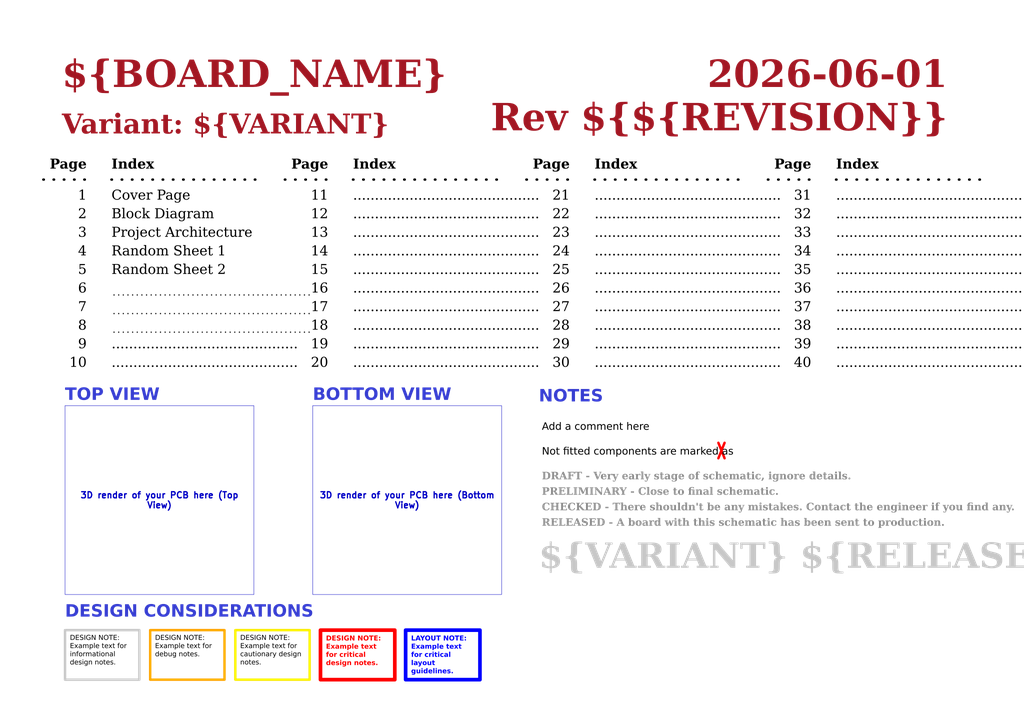
<source format=kicad_sch>
(kicad_sch
	(version 20231120)
	(generator "eeschema")
	(generator_version "8.0")
	(uuid "0650c7a8-acba-429c-9f8e-eec0baf0bc1c")
	(paper "A3")
	(title_block
		(title "Cover Page")
		(date "Last Modified Date")
		(rev "${REVISION}")
		(company "${COMPANY}")
	)
	(lib_symbols)
	(polyline
		(pts
			(xy 215.9 73.66) (xy 233.68 73.66)
		)
		(stroke
			(width 1)
			(type dot)
			(color 0 0 0 1)
		)
		(uuid "024689d9-b8ca-41ae-b55d-6ff207f6e101")
	)
	(polyline
		(pts
			(xy 297.18 181.61) (xy 294.64 187.96)
		)
		(stroke
			(width 1)
			(type default)
			(color 255 0 0 1)
		)
		(uuid "4ae2cac4-7676-4a8d-91c4-c6c6f4585019")
	)
	(polyline
		(pts
			(xy 45.72 73.66) (xy 106.68 73.66)
		)
		(stroke
			(width 1)
			(type dot)
			(color 0 0 0 1)
		)
		(uuid "594379bc-c052-4d2e-996b-8b5c1a0857fd")
	)
	(polyline
		(pts
			(xy 342.9 73.66) (xy 403.86 73.66)
		)
		(stroke
			(width 1)
			(type dot)
			(color 0 0 0 1)
		)
		(uuid "8ca04e4f-914f-46ae-b7bb-c241f34f0be3")
	)
	(polyline
		(pts
			(xy 243.84 73.66) (xy 304.8 73.66)
		)
		(stroke
			(width 1)
			(type dot)
			(color 0 0 0 1)
		)
		(uuid "90aedf20-3619-4eea-9142-e5201cfa9329")
	)
	(polyline
		(pts
			(xy 116.84 73.66) (xy 134.62 73.66)
		)
		(stroke
			(width 1)
			(type dot)
			(color 0 0 0 1)
		)
		(uuid "aa27a991-1dd0-4ddb-a292-69ddc074d2fe")
	)
	(polyline
		(pts
			(xy 17.78 73.66) (xy 35.56 73.66)
		)
		(stroke
			(width 1)
			(type dot)
			(color 0 0 0 1)
		)
		(uuid "aefa0f5d-e237-48a6-8d0d-7925958d23a4")
	)
	(polyline
		(pts
			(xy 294.64 181.61) (xy 297.18 187.96)
		)
		(stroke
			(width 1)
			(type default)
			(color 255 0 0 1)
		)
		(uuid "b16ef1e7-4b58-4125-810d-81e7071984f8")
	)
	(polyline
		(pts
			(xy 144.78 73.66) (xy 205.74 73.66)
		)
		(stroke
			(width 1)
			(type dot)
			(color 0 0 0 1)
		)
		(uuid "d03f8f3f-5543-483d-a054-040e77e06c0e")
	)
	(polyline
		(pts
			(xy 314.96 73.66) (xy 332.74 73.66)
		)
		(stroke
			(width 1)
			(type dot)
			(color 0 0 0 1)
		)
		(uuid "f1ab5a98-3d21-4c83-b2d8-cfe1793d64cb")
	)
	(text_box "3D render of your PCB here (Bottom View)"
		(exclude_from_sim no)
		(at 128.27 166.37 0)
		(size 77.47 77.47)
		(stroke
			(width 0)
			(type default)
		)
		(fill
			(type none)
		)
		(effects
			(font
				(size 2.54 2.54)
				(thickness 0.508)
				(bold yes)
			)
		)
		(uuid "0c38d11f-bb11-46db-a91c-ebc0b30e95f5")
	)
	(text_box "3D render of your PCB here (Top View)"
		(exclude_from_sim no)
		(at 26.67 166.37 0)
		(size 77.47 77.47)
		(stroke
			(width 0)
			(type default)
		)
		(fill
			(type none)
		)
		(effects
			(font
				(size 2.54 2.54)
				(thickness 0.508)
				(bold yes)
			)
		)
		(uuid "2d015f2a-bc39-4866-bbd9-40b03d497a26")
	)
	(text_box "Metadata can be set in File → Schematic Setup → Project → Text Variables"
		(exclude_from_sim no)
		(at 8.89 300.99 0)
		(size 119.38 6.35)
		(stroke
			(width -0.0001)
			(type default)
		)
		(fill
			(type none)
		)
		(effects
			(font
				(size 2.54 2.54)
				(thickness 0.381)
				(bold yes)
				(color 0 0 0 1)
			)
			(justify right top)
		)
		(uuid "4d4fc8f9-28d9-4b33-b78d-b00f0a2b33ca")
	)
	(text_box "DESIGN NOTE:\nExample text for informational design notes."
		(exclude_from_sim no)
		(at 26.67 258.445 0)
		(size 30.48 20.32)
		(stroke
			(width 1)
			(type solid)
			(color 200 200 200 1)
		)
		(fill
			(type none)
		)
		(effects
			(font
				(face "Arial")
				(size 2 2)
				(color 0 0 0 1)
			)
			(justify left top)
		)
		(uuid "60b6a08c-a542-468e-b79f-aa4a2aa0e9e7")
	)
	(text_box "LAYOUT NOTE:\nExample text for critical layout guidelines."
		(exclude_from_sim no)
		(at 166.37 258.445 0)
		(size 30.48 20.32)
		(stroke
			(width 1.5)
			(type solid)
			(color 0 0 255 1)
		)
		(fill
			(type none)
		)
		(effects
			(font
				(face "Arial")
				(size 2 2)
				(thickness 0.4)
				(bold yes)
				(color 0 0 255 1)
			)
			(justify left top)
		)
		(uuid "b2648603-9b19-4c01-9621-49d92c5b8a6e")
	)
	(text_box "DESIGN NOTE:\nExample text for cautionary design notes."
		(exclude_from_sim no)
		(at 96.52 258.445 0)
		(size 30.48 20.32)
		(stroke
			(width 1)
			(type solid)
			(color 250 236 0 1)
		)
		(fill
			(type none)
		)
		(effects
			(font
				(face "Arial")
				(size 2 2)
				(color 0 0 0 1)
			)
			(justify left top)
		)
		(uuid "c7ec7f64-f5b0-4d3e-9743-7d40c3e23ecf")
	)
	(text_box "DESIGN NOTE:\nExample text for debug notes."
		(exclude_from_sim no)
		(at 61.595 258.445 0)
		(size 30.48 20.32)
		(stroke
			(width 1)
			(type solid)
			(color 255 165 0 1)
		)
		(fill
			(type none)
		)
		(effects
			(font
				(face "Arial")
				(size 2 2)
				(color 0 0 0 1)
			)
			(justify left top)
		)
		(uuid "c8bf2561-6ede-45f0-9b2e-12af2dfee13b")
	)
	(text_box "DESIGN NOTE:\nExample text for critical design notes."
		(exclude_from_sim no)
		(at 131.445 258.445 0)
		(size 30.48 20.32)
		(stroke
			(width 1.5)
			(type solid)
			(color 255 0 0 1)
		)
		(fill
			(type none)
		)
		(effects
			(font
				(face "Arial")
				(size 2 2)
				(thickness 0.4)
				(bold yes)
				(color 255 0 0 1)
			)
			(justify left top)
		)
		(uuid "d03e1008-e371-461f-a9f2-320d8a2b7341")
	)
	(text "9"
		(exclude_from_sim no)
		(at 35.56 144.78 0)
		(effects
			(font
				(face "Times New Roman")
				(size 4 4)
				(color 0 0 0 1)
			)
			(justify right bottom)
			(href "#9")
		)
		(uuid "0171ecc8-df6f-418e-95ea-db73cf975716")
	)
	(text "BOTTOM VIEW"
		(exclude_from_sim no)
		(at 128.27 166.37 0)
		(effects
			(font
				(face "Arial")
				(size 5 5)
				(bold yes)
				(color 53 60 207 1)
			)
			(justify left bottom)
		)
		(uuid "041ff709-0f5e-466e-adab-d03afffd90b7")
	)
	(text "..........................................."
		(exclude_from_sim no)
		(at 243.84 99.06 0)
		(effects
			(font
				(face "Times New Roman")
				(size 4 4)
				(color 0 0 0 1)
			)
			(justify left bottom)
			(href "#23")
		)
		(uuid "0647f622-b644-4538-802a-42edf8cdccc5")
	)
	(text "13"
		(exclude_from_sim no)
		(at 134.62 99.06 0)
		(effects
			(font
				(face "Times New Roman")
				(size 4 4)
				(color 0 0 0 1)
			)
			(justify right bottom)
			(href "#13")
		)
		(uuid "09a9f005-609a-4854-9ba5-f5a5e7b8d7c7")
	)
	(text "RELEASED - A board with this schematic has been sent to production."
		(exclude_from_sim no)
		(at 222.25 217.17 0)
		(effects
			(font
				(face "Times New Roman")
				(size 3 3)
				(thickness 0.6)
				(bold yes)
				(color 140 140 140 1)
			)
			(justify left bottom)
		)
		(uuid "10cbc67f-d688-44d7-9e2b-bee41b99ad5c")
	)
	(text "Page"
		(exclude_from_sim no)
		(at 332.74 71.12 0)
		(effects
			(font
				(face "Times New Roman")
				(size 4 4)
				(bold yes)
				(color 0 0 0 1)
			)
			(justify right bottom)
		)
		(uuid "1b60c0cc-bf04-4615-8796-1ecc890b346a")
	)
	(text "TOP VIEW"
		(exclude_from_sim no)
		(at 26.67 166.37 0)
		(effects
			(font
				(face "Arial")
				(size 5 5)
				(bold yes)
				(color 53 60 207 1)
			)
			(justify left bottom)
		)
		(uuid "1c033b5c-f50d-4e0f-94c4-59e72fb244de")
	)
	(text "3"
		(exclude_from_sim no)
		(at 35.56 99.06 0)
		(effects
			(font
				(face "Times New Roman")
				(size 4 4)
				(color 0 0 0 1)
			)
			(justify right bottom)
			(href "#3")
		)
		(uuid "1dd16a1b-b3b8-42a1-b678-3a7b261e7284")
	)
	(text "38"
		(exclude_from_sim no)
		(at 332.74 137.16 0)
		(effects
			(font
				(face "Times New Roman")
				(size 4 4)
				(color 0 0 0 1)
			)
			(justify right bottom)
			(href "#38")
		)
		(uuid "2d20025d-61e4-451d-b51e-153fedc44d68")
	)
	(text "..........................................."
		(exclude_from_sim no)
		(at 45.72 152.4 0)
		(effects
			(font
				(face "Times New Roman")
				(size 4 4)
				(color 0 0 0 1)
			)
			(justify left bottom)
			(href "#10")
		)
		(uuid "2df49b6e-980f-4a01-ab23-c61ed27bd1b8")
	)
	(text "..........................................."
		(exclude_from_sim no)
		(at 45.72 144.78 0)
		(effects
			(font
				(face "Times New Roman")
				(size 4 4)
				(color 0 0 0 1)
			)
			(justify left bottom)
			(href "#9")
		)
		(uuid "319dfe95-cf7d-4b95-aa65-2f948d7bd6bc")
	)
	(text "..........................................."
		(exclude_from_sim no)
		(at 45.72 137.16 0)
		(effects
			(font
				(size 4 4)
				(color 0 0 0 1)
			)
			(justify left bottom)
			(href "#8")
		)
		(uuid "339f13bd-0896-43a1-925e-733e36e395bd")
	)
	(text "..........................................."
		(exclude_from_sim no)
		(at 144.78 121.92 0)
		(effects
			(font
				(face "Times New Roman")
				(size 4 4)
				(color 0 0 0 1)
			)
			(justify left bottom)
			(href "#16")
		)
		(uuid "34c28277-d6a5-4104-8740-b78485a8ff4c")
	)
	(text "1"
		(exclude_from_sim no)
		(at 35.56 83.82 0)
		(effects
			(font
				(face "Times New Roman")
				(size 4 4)
				(color 0 0 0 1)
			)
			(justify right bottom)
			(href "#1")
		)
		(uuid "3691ab49-6c05-4886-869a-12221f52fdee")
	)
	(text "Not fitted components are marked as"
		(exclude_from_sim no)
		(at 222.25 187.96 0)
		(effects
			(font
				(face "Arial")
				(size 3 3)
				(color 0 0 0 1)
			)
			(justify left bottom)
		)
		(uuid "3e121d9b-11e9-4895-9779-ade93d5b2a88")
	)
	(text "..........................................."
		(exclude_from_sim no)
		(at 243.84 152.4 0)
		(effects
			(font
				(face "Times New Roman")
				(size 4 4)
				(color 0 0 0 1)
			)
			(justify left bottom)
			(href "#30")
		)
		(uuid "41bb0f90-1135-4d50-9d44-9fb04444ecf6")
	)
	(text "Index"
		(exclude_from_sim no)
		(at 45.72 71.12 0)
		(effects
			(font
				(face "Times New Roman")
				(size 4 4)
				(bold yes)
				(color 0 0 0 1)
			)
			(justify left bottom)
		)
		(uuid "44841f0e-187c-41b9-a570-9f74973319c9")
	)
	(text "..........................................."
		(exclude_from_sim no)
		(at 144.78 99.06 0)
		(effects
			(font
				(face "Times New Roman")
				(size 4 4)
				(color 0 0 0 1)
			)
			(justify left bottom)
			(href "#13")
		)
		(uuid "461ef4aa-5f24-4935-a427-92bbc78a05f3")
	)
	(text "Index"
		(exclude_from_sim no)
		(at 144.78 71.12 0)
		(effects
			(font
				(face "Times New Roman")
				(size 4 4)
				(bold yes)
				(color 0 0 0 1)
			)
			(justify left bottom)
		)
		(uuid "4773b195-e777-483d-bd5a-5b18be14b485")
	)
	(text "27"
		(exclude_from_sim no)
		(at 233.68 129.54 0)
		(effects
			(font
				(face "Times New Roman")
				(size 4 4)
				(color 0 0 0 1)
			)
			(justify right bottom)
			(href "#27")
		)
		(uuid "47e5ef3a-a936-4417-8e04-a70df1a04676")
	)
	(text "15"
		(exclude_from_sim no)
		(at 134.62 114.3 0)
		(effects
			(font
				(face "Times New Roman")
				(size 4 4)
				(color 0 0 0 1)
			)
			(justify right bottom)
			(href "#15")
		)
		(uuid "48cae9b2-9935-4ee2-a962-685c04325434")
	)
	(text "6"
		(exclude_from_sim no)
		(at 35.56 121.92 0)
		(effects
			(font
				(face "Times New Roman")
				(size 4 4)
				(color 0 0 0 1)
			)
			(justify right bottom)
			(href "#6")
		)
		(uuid "4aa9b67c-c657-48d1-abb0-497faf20008a")
	)
	(text "PRELIMINARY - Close to final schematic."
		(exclude_from_sim no)
		(at 222.25 204.47 0)
		(effects
			(font
				(face "Times New Roman")
				(size 3 3)
				(thickness 0.6)
				(bold yes)
				(color 140 140 140 1)
			)
			(justify left bottom)
		)
		(uuid "4b75d6be-e2b4-4862-a5fd-f3239bff6734")
	)
	(text "24"
		(exclude_from_sim no)
		(at 233.68 106.68 0)
		(effects
			(font
				(face "Times New Roman")
				(size 4 4)
				(color 0 0 0 1)
			)
			(justify right bottom)
			(href "#24")
		)
		(uuid "4d10b8f7-ee9d-4539-987e-2871a213b2d6")
	)
	(text "${VARIANT} ${RELEASE_DATE}"
		(exclude_from_sim no)
		(at 220.98 237.49 0)
		(effects
			(font
				(face "Times New Roman")
				(size 10.16 10.16)
				(thickness 0.6)
				(bold yes)
				(color 200 200 200 1)
			)
			(justify left bottom)
		)
		(uuid "4f144e11-d681-45f3-b92d-dea6c28023e4")
	)
	(text "Page"
		(exclude_from_sim no)
		(at 35.56 71.12 0)
		(effects
			(font
				(face "Times New Roman")
				(size 4 4)
				(bold yes)
				(color 0 0 0 1)
			)
			(justify right bottom)
		)
		(uuid "5216de6a-28ab-4e49-a422-9fd32d8fed67")
	)
	(text "Random Sheet 1"
		(exclude_from_sim no)
		(at 45.72 106.68 0)
		(effects
			(font
				(face "Times New Roman")
				(size 4 4)
				(color 0 0 0 1)
			)
			(justify left bottom)
			(href "#4")
		)
		(uuid "547bb3ec-bec4-4b68-a38e-2ac56be29bd3")
	)
	(text "..........................................."
		(exclude_from_sim no)
		(at 243.84 129.54 0)
		(effects
			(font
				(face "Times New Roman")
				(size 4 4)
				(color 0 0 0 1)
			)
			(justify left bottom)
			(href "#27")
		)
		(uuid "598c6218-39d7-40a8-878a-842531c6a754")
	)
	(text "8"
		(exclude_from_sim no)
		(at 35.56 137.16 0)
		(effects
			(font
				(face "Times New Roman")
				(size 4 4)
				(color 0 0 0 1)
			)
			(justify right bottom)
			(href "#8")
		)
		(uuid "5dd35c87-2aeb-4c16-ab79-fbda71c4347a")
	)
	(text "14"
		(exclude_from_sim no)
		(at 134.62 106.68 0)
		(effects
			(font
				(face "Times New Roman")
				(size 4 4)
				(color 0 0 0 1)
			)
			(justify right bottom)
			(href "#14")
		)
		(uuid "5e529423-56be-4ad0-9794-38b960fa0634")
	)
	(text "..........................................."
		(exclude_from_sim no)
		(at 342.9 137.16 0)
		(effects
			(font
				(face "Times New Roman")
				(size 4 4)
				(color 0 0 0 1)
			)
			(justify left bottom)
			(href "#38")
		)
		(uuid "5ec61f31-3c66-4623-97e5-d26d3b9bb1be")
	)
	(text "..........................................."
		(exclude_from_sim no)
		(at 342.9 152.4 0)
		(effects
			(font
				(face "Times New Roman")
				(size 4 4)
				(color 0 0 0 1)
			)
			(justify left bottom)
			(href "#40")
		)
		(uuid "65f25bf1-cc7d-4807-9afa-0a0ac612f9b3")
	)
	(text "23"
		(exclude_from_sim no)
		(at 233.68 99.06 0)
		(effects
			(font
				(face "Times New Roman")
				(size 4 4)
				(color 0 0 0 1)
			)
			(justify right bottom)
			(href "#23")
		)
		(uuid "68aaa364-f788-45fb-b731-7b1eda7a6c6c")
	)
	(text "Index"
		(exclude_from_sim no)
		(at 243.84 71.12 0)
		(effects
			(font
				(face "Times New Roman")
				(size 4 4)
				(bold yes)
				(color 0 0 0 1)
			)
			(justify left bottom)
		)
		(uuid "6eee427d-5608-4f64-99d8-6d8e4391a6b0")
	)
	(text "..........................................."
		(exclude_from_sim no)
		(at 342.9 91.44 0)
		(effects
			(font
				(face "Times New Roman")
				(size 4 4)
				(color 0 0 0 1)
			)
			(justify left bottom)
			(href "#32")
		)
		(uuid "71058a62-023a-4e0a-b0c4-c0fb8bf95cc8")
	)
	(text "5"
		(exclude_from_sim no)
		(at 35.56 114.3 0)
		(effects
			(font
				(face "Times New Roman")
				(size 4 4)
				(color 0 0 0 1)
			)
			(justify right bottom)
			(href "#5")
		)
		(uuid "718e4830-a352-43f0-b9c5-1495032b5970")
	)
	(text "${CURRENT_DATE}"
		(exclude_from_sim no)
		(at 388.62 40.64 0)
		(effects
			(font
				(face "Times New Roman")
				(size 11 11)
				(thickness 1)
				(bold yes)
				(color 162 22 34 1)
			)
			(justify right bottom)
		)
		(uuid "752b8016-2b6c-433a-9e5a-755eac1f800d")
	)
	(text "26"
		(exclude_from_sim no)
		(at 233.68 121.92 0)
		(effects
			(font
				(face "Times New Roman")
				(size 4 4)
				(color 0 0 0 1)
			)
			(justify right bottom)
			(href "#26")
		)
		(uuid "78da4ba2-8c96-4e51-9a03-b14367dceea0")
	)
	(text "16"
		(exclude_from_sim no)
		(at 134.62 121.92 0)
		(effects
			(font
				(face "Times New Roman")
				(size 4 4)
				(color 0 0 0 1)
			)
			(justify right bottom)
			(href "#16")
		)
		(uuid "7a577aea-9c53-4431-8f38-6cd521e907d0")
	)
	(text "10"
		(exclude_from_sim no)
		(at 35.56 152.4 0)
		(effects
			(font
				(face "Times New Roman")
				(size 4 4)
				(color 0 0 0 1)
			)
			(justify right bottom)
			(href "#10")
		)
		(uuid "7caa34f0-df91-4ed4-bb8e-ff81315f8c93")
	)
	(text "35"
		(exclude_from_sim no)
		(at 332.74 114.3 0)
		(effects
			(font
				(face "Times New Roman")
				(size 4 4)
				(color 0 0 0 1)
			)
			(justify right bottom)
			(href "#35")
		)
		(uuid "7d4a16f6-fc91-424a-bffd-707dc25afa40")
	)
	(text "18"
		(exclude_from_sim no)
		(at 134.62 137.16 0)
		(effects
			(font
				(face "Times New Roman")
				(size 4 4)
				(color 0 0 0 1)
			)
			(justify right bottom)
			(href "#18")
		)
		(uuid "7d4de17d-b484-45d2-95af-1050fc297950")
	)
	(text "33"
		(exclude_from_sim no)
		(at 332.74 99.06 0)
		(effects
			(font
				(face "Times New Roman")
				(size 4 4)
				(color 0 0 0 1)
			)
			(justify right bottom)
			(href "#33")
		)
		(uuid "7fd97343-03c5-4f22-a59e-bc2d9fd9af23")
	)
	(text "Variant: ${VARIANT}"
		(exclude_from_sim no)
		(at 25.4 58.42 0)
		(effects
			(font
				(face "Times New Roman")
				(size 8 8)
				(thickness 1)
				(bold yes)
				(color 162 22 34 1)
			)
			(justify left bottom)
		)
		(uuid "832c6231-94ea-4718-8f70-96006b71efdf")
	)
	(text "4"
		(exclude_from_sim no)
		(at 35.56 106.68 0)
		(effects
			(font
				(face "Times New Roman")
				(size 4 4)
				(color 0 0 0 1)
			)
			(justify right bottom)
			(href "#4")
		)
		(uuid "8d802a1e-8c90-4592-9cec-00ce1173b8bd")
	)
	(text "11"
		(exclude_from_sim no)
		(at 134.62 83.82 0)
		(effects
			(font
				(face "Times New Roman")
				(size 4 4)
				(color 0 0 0 1)
			)
			(justify right bottom)
			(href "#11")
		)
		(uuid "8d827c06-285c-46bc-8024-d46f4098d9e5")
	)
	(text "Rev ${REVISION}"
		(exclude_from_sim no)
		(at 388.62 58.42 0)
		(effects
			(font
				(face "Times New Roman")
				(size 11 11)
				(thickness 1)
				(bold yes)
				(color 162 22 34 1)
			)
			(justify right bottom)
		)
		(uuid "9008c96f-82fa-4b3f-88a3-9ae35f59090b")
	)
	(text "..........................................."
		(exclude_from_sim no)
		(at 243.84 106.68 0)
		(effects
			(font
				(face "Times New Roman")
				(size 4 4)
				(color 0 0 0 1)
			)
			(justify left bottom)
			(href "#24")
		)
		(uuid "91ef4a1a-faaf-4d16-b090-6e6451092c3a")
	)
	(text "28"
		(exclude_from_sim no)
		(at 233.68 137.16 0)
		(effects
			(font
				(face "Times New Roman")
				(size 4 4)
				(color 0 0 0 1)
			)
			(justify right bottom)
			(href "#28")
		)
		(uuid "9310b062-10e2-49af-a22c-1c9854a7f3f0")
	)
	(text "..........................................."
		(exclude_from_sim no)
		(at 243.84 144.78 0)
		(effects
			(font
				(face "Times New Roman")
				(size 4 4)
				(color 0 0 0 1)
			)
			(justify left bottom)
			(href "#29")
		)
		(uuid "93713c73-3aba-4b0b-9f3c-b37ab3721f94")
	)
	(text "..........................................."
		(exclude_from_sim no)
		(at 243.84 91.44 0)
		(effects
			(font
				(face "Times New Roman")
				(size 4 4)
				(color 0 0 0 1)
			)
			(justify left bottom)
			(href "#22")
		)
		(uuid "93b242cb-0b6a-48cc-a920-659ba5a2d4b9")
	)
	(text "..........................................."
		(exclude_from_sim no)
		(at 342.9 144.78 0)
		(effects
			(font
				(face "Times New Roman")
				(size 4 4)
				(color 0 0 0 1)
			)
			(justify left bottom)
			(href "#39")
		)
		(uuid "9413d17b-fd74-4a56-8014-ec2904184d8a")
	)
	(text "Random Sheet 2"
		(exclude_from_sim no)
		(at 45.72 114.3 0)
		(effects
			(font
				(face "Times New Roman")
				(size 4 4)
				(color 0 0 0 1)
			)
			(justify left bottom)
			(href "#5")
		)
		(uuid "9413d28a-c2b4-4d73-ae2d-68b4717d1b67")
	)
	(text "Page"
		(exclude_from_sim no)
		(at 233.68 71.12 0)
		(effects
			(font
				(face "Times New Roman")
				(size 4 4)
				(bold yes)
				(color 0 0 0 1)
			)
			(justify right bottom)
		)
		(uuid "959ea2a5-595d-4c64-a44e-f0c1c6497852")
	)
	(text "..........................................."
		(exclude_from_sim no)
		(at 144.78 144.78 0)
		(effects
			(font
				(face "Times New Roman")
				(size 4 4)
				(color 0 0 0 1)
			)
			(justify left bottom)
			(href "#19")
		)
		(uuid "9d747571-2a3a-41dd-b7ab-0c07afaa5df1")
	)
	(text "..........................................."
		(exclude_from_sim no)
		(at 144.78 83.82 0)
		(effects
			(font
				(face "Times New Roman")
				(size 4 4)
				(color 0 0 0 1)
			)
			(justify left bottom)
			(href "#11")
		)
		(uuid "9e3e9ac8-468f-4f09-9650-682992859fd0")
	)
	(text "..........................................."
		(exclude_from_sim no)
		(at 144.78 129.54 0)
		(effects
			(font
				(face "Times New Roman")
				(size 4 4)
				(color 0 0 0 1)
			)
			(justify left bottom)
			(href "#17")
		)
		(uuid "a2bb1bed-8e4e-4038-8b4e-99f9457f4c30")
	)
	(text "31"
		(exclude_from_sim no)
		(at 332.74 83.82 0)
		(effects
			(font
				(face "Times New Roman")
				(size 4 4)
				(color 0 0 0 1)
			)
			(justify right bottom)
			(href "#31")
		)
		(uuid "a8eb70a2-f43e-480c-afdf-7e91507527a7")
	)
	(text "36"
		(exclude_from_sim no)
		(at 332.74 121.92 0)
		(effects
			(font
				(face "Times New Roman")
				(size 4 4)
				(color 0 0 0 1)
			)
			(justify right bottom)
			(href "#36")
		)
		(uuid "a95a57c3-0ec4-4b96-8edf-d46ee18a4a8e")
	)
	(text "..........................................."
		(exclude_from_sim no)
		(at 243.84 137.16 0)
		(effects
			(font
				(face "Times New Roman")
				(size 4 4)
				(color 0 0 0 1)
			)
			(justify left bottom)
			(href "#28")
		)
		(uuid "ad40278e-f3e6-4c25-8fa4-1f4e3918f822")
	)
	(text "22"
		(exclude_from_sim no)
		(at 233.68 91.44 0)
		(effects
			(font
				(face "Times New Roman")
				(size 4 4)
				(color 0 0 0 1)
			)
			(justify right bottom)
			(href "#22")
		)
		(uuid "ada746a9-1ac8-4ba5-b1f0-e040d6c0fa14")
	)
	(text "..........................................."
		(exclude_from_sim no)
		(at 144.78 114.3 0)
		(effects
			(font
				(face "Times New Roman")
				(size 4 4)
				(color 0 0 0 1)
			)
			(justify left bottom)
			(href "#15")
		)
		(uuid "ae6c0242-f9a8-4717-86dd-2d27e5dc9018")
	)
	(text "..........................................."
		(exclude_from_sim no)
		(at 342.9 83.82 0)
		(effects
			(font
				(face "Times New Roman")
				(size 4 4)
				(color 0 0 0 1)
			)
			(justify left bottom)
			(href "#31")
		)
		(uuid "b39085c9-1ebe-4dab-a6c1-54ab08707fbf")
	)
	(text "25"
		(exclude_from_sim no)
		(at 233.68 114.3 0)
		(effects
			(font
				(face "Times New Roman")
				(size 4 4)
				(color 0 0 0 1)
			)
			(justify right bottom)
			(href "#25")
		)
		(uuid "b3f10ccd-dd30-4e1a-9a39-191e590211cc")
	)
	(text "${BOARD_NAME}"
		(exclude_from_sim no)
		(at 25.4 40.64 0)
		(effects
			(font
				(face "Times New Roman")
				(size 11 11)
				(thickness 1)
				(bold yes)
				(color 162 22 34 1)
			)
			(justify left bottom)
		)
		(uuid "b5491481-138f-4748-8f60-dc51e3284b98")
	)
	(text "..........................................."
		(exclude_from_sim no)
		(at 243.84 121.92 0)
		(effects
			(font
				(face "Times New Roman")
				(size 4 4)
				(color 0 0 0 1)
			)
			(justify left bottom)
			(href "#26")
		)
		(uuid "b55022f1-bde3-45d1-ab63-474a18aef763")
	)
	(text "..........................................."
		(exclude_from_sim no)
		(at 342.9 106.68 0)
		(effects
			(font
				(face "Times New Roman")
				(size 4 4)
				(color 0 0 0 1)
			)
			(justify left bottom)
			(href "#34")
		)
		(uuid "b5c8bc07-6a7e-4ec3-955b-9e6a13622c4e")
	)
	(text "37"
		(exclude_from_sim no)
		(at 332.74 129.54 0)
		(effects
			(font
				(face "Times New Roman")
				(size 4 4)
				(color 0 0 0 1)
			)
			(justify right bottom)
			(href "#37")
		)
		(uuid "baff535e-40df-4979-8ad1-9d6e8282e1a0")
	)
	(text "Page"
		(exclude_from_sim no)
		(at 134.62 71.12 0)
		(effects
			(font
				(face "Times New Roman")
				(size 4 4)
				(bold yes)
				(color 0 0 0 1)
			)
			(justify right bottom)
		)
		(uuid "beb5ee3d-ad62-4c0c-ab18-390f8e3c78c4")
	)
	(text "DRAFT - Very early stage of schematic, ignore details."
		(exclude_from_sim no)
		(at 222.25 198.12 0)
		(effects
			(font
				(face "Times New Roman")
				(size 3 3)
				(thickness 0.6)
				(bold yes)
				(color 140 140 140 1)
			)
			(justify left bottom)
		)
		(uuid "c1828499-d221-4dc2-9c7b-c9d850654d5e")
	)
	(text "..........................................."
		(exclude_from_sim no)
		(at 144.78 106.68 0)
		(effects
			(font
				(face "Times New Roman")
				(size 4 4)
				(color 0 0 0 1)
			)
			(justify left bottom)
			(href "#14")
		)
		(uuid "c492727f-a5a2-4efb-9f13-b55fb4c5125a")
	)
	(text "Index"
		(exclude_from_sim no)
		(at 342.9 71.12 0)
		(effects
			(font
				(face "Times New Roman")
				(size 4 4)
				(bold yes)
				(color 0 0 0 1)
			)
			(justify left bottom)
		)
		(uuid "c52bc9e5-2c42-41e6-ae08-fabef868928a")
	)
	(text "..........................................."
		(exclude_from_sim no)
		(at 45.72 121.92 0)
		(effects
			(font
				(size 4 4)
				(color 0 0 0 1)
			)
			(justify left bottom)
			(href "#6")
		)
		(uuid "c787ff5d-5d58-4a12-8967-dc99673505b9")
	)
	(text "..........................................."
		(exclude_from_sim no)
		(at 342.9 121.92 0)
		(effects
			(font
				(face "Times New Roman")
				(size 4 4)
				(color 0 0 0 1)
			)
			(justify left bottom)
			(href "#36")
		)
		(uuid "c8a13f8e-6347-4971-97e9-3bbacc8fb0b5")
	)
	(text "..........................................."
		(exclude_from_sim no)
		(at 342.9 114.3 0)
		(effects
			(font
				(face "Times New Roman")
				(size 4 4)
				(color 0 0 0 1)
			)
			(justify left bottom)
			(href "#35")
		)
		(uuid "c932f64b-e011-46ca-8efc-bb2f186e8b13")
	)
	(text "Block Diagram"
		(exclude_from_sim no)
		(at 45.72 91.44 0)
		(effects
			(font
				(face "Times New Roman")
				(size 4 4)
				(color 0 0 0 1)
			)
			(justify left bottom)
			(href "#2")
		)
		(uuid "caeb7f52-f34e-4432-b129-9207069a1ad5")
	)
	(text "19"
		(exclude_from_sim no)
		(at 134.62 144.78 0)
		(effects
			(font
				(face "Times New Roman")
				(size 4 4)
				(color 0 0 0 1)
			)
			(justify right bottom)
			(href "#19")
		)
		(uuid "cbf7eaea-8009-4ccd-9079-9d687b9a3603")
	)
	(text "30"
		(exclude_from_sim no)
		(at 233.68 152.4 0)
		(effects
			(font
				(face "Times New Roman")
				(size 4 4)
				(color 0 0 0 1)
			)
			(justify right bottom)
			(href "#30")
		)
		(uuid "cea38a57-40f7-465f-b054-ff626e3218d0")
	)
	(text "7"
		(exclude_from_sim no)
		(at 35.56 129.54 0)
		(effects
			(font
				(face "Times New Roman")
				(size 4 4)
				(color 0 0 0 1)
			)
			(justify right bottom)
			(href "#7")
		)
		(uuid "cf9779c0-4a62-4a6f-9127-07f6919e9e8d")
	)
	(text "..........................................."
		(exclude_from_sim no)
		(at 243.84 114.3 0)
		(effects
			(font
				(face "Times New Roman")
				(size 4 4)
				(color 0 0 0 1)
			)
			(justify left bottom)
			(href "#25")
		)
		(uuid "d06fb69a-43a5-466c-8174-3edde239a7c0")
	)
	(text "12"
		(exclude_from_sim no)
		(at 134.62 91.44 0)
		(effects
			(font
				(face "Times New Roman")
				(size 4 4)
				(color 0 0 0 1)
			)
			(justify right bottom)
			(href "#12")
		)
		(uuid "d450aa41-7115-44ab-9cc7-2fa118545b00")
	)
	(text "21"
		(exclude_from_sim no)
		(at 233.68 83.82 0)
		(effects
			(font
				(face "Times New Roman")
				(size 4 4)
				(color 0 0 0 1)
			)
			(justify right bottom)
			(href "#21")
		)
		(uuid "d7ac5948-93ba-4038-95c3-cb73c27df74a")
	)
	(text "Add a comment here"
		(exclude_from_sim no)
		(at 222.25 177.8 0)
		(effects
			(font
				(face "Arial")
				(size 3 3)
				(color 0 0 0 1)
			)
			(justify left bottom)
		)
		(uuid "d8d8425a-4141-4ddb-8e75-262db2d23ce8")
	)
	(text "2"
		(exclude_from_sim no)
		(at 35.56 91.44 0)
		(effects
			(font
				(face "Times New Roman")
				(size 4 4)
				(color 0 0 0 1)
			)
			(justify right bottom)
			(href "#2")
		)
		(uuid "dca5e168-6a76-4eb2-b335-e6c030ded824")
	)
	(text "39"
		(exclude_from_sim no)
		(at 332.74 144.78 0)
		(effects
			(font
				(face "Times New Roman")
				(size 4 4)
				(color 0 0 0 1)
			)
			(justify right bottom)
			(href "#39")
		)
		(uuid "e216870b-45fe-49b3-8e55-d9668eb9df44")
	)
	(text "..........................................."
		(exclude_from_sim no)
		(at 144.78 137.16 0)
		(effects
			(font
				(face "Times New Roman")
				(size 4 4)
				(color 0 0 0 1)
			)
			(justify left bottom)
			(href "#18")
		)
		(uuid "e518f3ad-92c7-4755-8883-22916bfc7d1f")
	)
	(text "..........................................."
		(exclude_from_sim no)
		(at 342.9 99.06 0)
		(effects
			(font
				(face "Times New Roman")
				(size 4 4)
				(color 0 0 0 1)
			)
			(justify left bottom)
			(href "#33")
		)
		(uuid "e5564811-ffd2-4bd9-9644-ff1dc80ebf87")
	)
	(text "..........................................."
		(exclude_from_sim no)
		(at 144.78 152.4 0)
		(effects
			(font
				(face "Times New Roman")
				(size 4 4)
				(color 0 0 0 1)
			)
			(justify left bottom)
			(href "#20")
		)
		(uuid "e58de9a8-7551-4002-91cc-eb758bb6876c")
	)
	(text "34"
		(exclude_from_sim no)
		(at 332.74 106.68 0)
		(effects
			(font
				(face "Times New Roman")
				(size 4 4)
				(color 0 0 0 1)
			)
			(justify right bottom)
			(href "#34")
		)
		(uuid "e60ef77b-a7db-4a46-901f-5793e4acc58b")
	)
	(text "29"
		(exclude_from_sim no)
		(at 233.68 144.78 0)
		(effects
			(font
				(face "Times New Roman")
				(size 4 4)
				(color 0 0 0 1)
			)
			(justify right bottom)
			(href "#29")
		)
		(uuid "e83f0c3e-ac1d-4432-a8de-ba5a2be8aa4a")
	)
	(text "Cover Page"
		(exclude_from_sim no)
		(at 45.72 83.82 0)
		(effects
			(font
				(face "Times New Roman")
				(size 4 4)
				(color 0 0 0 1)
			)
			(justify left bottom)
			(href "#1")
		)
		(uuid "e9964413-67ff-4f53-b58c-608277db6779")
	)
	(text "NOTES"
		(exclude_from_sim no)
		(at 220.98 167.005 0)
		(effects
			(font
				(face "Arial")
				(size 5 5)
				(bold yes)
				(color 53 60 207 1)
			)
			(justify left bottom)
		)
		(uuid "ecd14d51-7267-460d-9460-6bae137b0c37")
	)
	(text "..........................................."
		(exclude_from_sim no)
		(at 144.78 91.44 0)
		(effects
			(font
				(face "Times New Roman")
				(size 4 4)
				(color 0 0 0 1)
			)
			(justify left bottom)
			(href "#12")
		)
		(uuid "ecd5e3bc-c1c8-4595-a242-64b07df33fd4")
	)
	(text "Project Architecture"
		(exclude_from_sim no)
		(at 45.72 99.06 0)
		(effects
			(font
				(face "Times New Roman")
				(size 4 4)
				(color 0 0 0 1)
			)
			(justify left bottom)
			(href "#3")
		)
		(uuid "ed9f4e44-7881-47b3-83af-17eb3de0e161")
	)
	(text "CHECKED - There shouldn't be any mistakes. Contact the engineer if you find any."
		(exclude_from_sim no)
		(at 222.25 210.82 0)
		(effects
			(font
				(face "Times New Roman")
				(size 3 3)
				(thickness 0.6)
				(bold yes)
				(color 140 140 140 1)
			)
			(justify left bottom)
		)
		(uuid "ee4bfbd2-ceac-40c9-847b-b15b18b07c08")
	)
	(text "..........................................."
		(exclude_from_sim no)
		(at 243.84 83.82 0)
		(effects
			(font
				(face "Times New Roman")
				(size 4 4)
				(color 0 0 0 1)
			)
			(justify left bottom)
			(href "#21")
		)
		(uuid "f14c049f-0636-49aa-a70f-0262bf1a57bc")
	)
	(text "20"
		(exclude_from_sim no)
		(at 134.62 152.4 0)
		(effects
			(font
				(face "Times New Roman")
				(size 4 4)
				(color 0 0 0 1)
			)
			(justify right bottom)
			(href "#20")
		)
		(uuid "f17fa600-4ea0-4482-a965-d781b27fd052")
	)
	(text "32"
		(exclude_from_sim no)
		(at 332.74 91.44 0)
		(effects
			(font
				(face "Times New Roman")
				(size 4 4)
				(color 0 0 0 1)
			)
			(justify right bottom)
			(href "#32")
		)
		(uuid "f7f416e4-86a9-4d8f-ac0d-80443c165632")
	)
	(text "..........................................."
		(exclude_from_sim no)
		(at 342.9 129.54 0)
		(effects
			(font
				(face "Times New Roman")
				(size 4 4)
				(color 0 0 0 1)
			)
			(justify left bottom)
			(href "#37")
		)
		(uuid "f8fd86d8-ca92-4fd2-9536-487e6832d844")
	)
	(text "DESIGN CONSIDERATIONS"
		(exclude_from_sim no)
		(at 26.67 255.27 0)
		(effects
			(font
				(face "Arial")
				(size 5 5)
				(bold yes)
				(color 53 60 207 1)
			)
			(justify left bottom)
		)
		(uuid "fb09f930-25b6-4039-89ae-42d9d443b49d")
	)
	(text "40"
		(exclude_from_sim no)
		(at 332.74 152.4 0)
		(effects
			(font
				(face "Times New Roman")
				(size 4 4)
				(color 0 0 0 1)
			)
			(justify right bottom)
			(href "#40")
		)
		(uuid "fe1f4464-8466-41a3-95c1-bacdc38614fb")
	)
	(text "..........................................."
		(exclude_from_sim no)
		(at 45.72 129.54 0)
		(effects
			(font
				(size 4 4)
				(color 0 0 0 1)
			)
			(justify left bottom)
			(href "#7")
		)
		(uuid "ff95cd70-408a-4656-b808-dabd546affbd")
	)
	(text "17"
		(exclude_from_sim no)
		(at 134.62 129.54 0)
		(effects
			(font
				(face "Times New Roman")
				(size 4 4)
				(color 0 0 0 1)
			)
			(justify right bottom)
			(href "#17")
		)
		(uuid "ffcd9e5c-5c93-423a-9ccc-e0af67821852")
	)
	(sheet
		(at 299.72 302.26)
		(size 35.56 5.08)
		(stroke
			(width 0.1524)
			(type solid)
		)
		(fill
			(color 0 0 0 0.0000)
		)
		(uuid "de68a101-7eef-4ba8-abb4-14d03adb087f")
		(property "Sheetname" "Block Diagram"
			(at 299.72 301.2309 0)
			(effects
				(font
					(face "Times New Roman")
					(size 1.905 1.905)
					(bold yes)
					(color 0 0 0 1)
				)
				(justify left bottom)
			)
		)
		(property "Sheetfile" "Block Diagram.kicad_sch"
			(at 300.99 303.53 0)
			(effects
				(font
					(face "Arial")
					(size 1.27 1.27)
				)
				(justify left top)
			)
		)
		(instances
			(project "KDT_Hierarchical"
				(path "/0650c7a8-acba-429c-9f8e-eec0baf0bc1c"
					(page "2")
				)
			)
		)
	)
	(sheet
		(at 299.72 313.69)
		(size 35.56 5.08)
		(stroke
			(width 0.1524)
			(type solid)
		)
		(fill
			(color 0 0 0 0.0000)
		)
		(uuid "fede4c36-00cc-4d3d-b71c-5243ba232202")
		(property "Sheetname" "Project Architecture"
			(at 299.72 312.6609 0)
			(effects
				(font
					(face "Times New Roman")
					(size 1.905 1.905)
					(bold yes)
					(color 0 0 0 1)
				)
				(justify left bottom)
			)
		)
		(property "Sheetfile" "Project Architecture.kicad_sch"
			(at 300.99 314.96 0)
			(effects
				(font
					(face "Arial")
					(size 1.27 1.27)
				)
				(justify left top)
			)
		)
		(instances
			(project "KDT_Hierarchical"
				(path "/0650c7a8-acba-429c-9f8e-eec0baf0bc1c"
					(page "3")
				)
			)
		)
	)
	(sheet_instances
		(path "/"
			(page "1")
		)
	)
)

</source>
